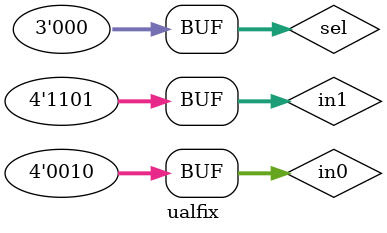
<source format=v>
`timescale 1ns / 1ps


module ualfix;

	// Inputs
	reg [3:0] in0;
	reg [3:0] in1;
	reg [2:0] sel;

	// Outputs
	wire [7:0] out;

	// Instantiate the Unit Under Test (UUT)
	ual uut (
		.out(out), 
		.in0(in0), 
		.in1(in1), 
		.sel(sel)
	);

	initial begin
		// Initialize Inputs
		in0 = 3;
		in1 = 2;
		sel = 2;

		// Wait 100 ns for global reset to finish
		#100;
		
		// Initialize Inputs
		in0 = 2;
		in1 = -3;
		sel = 0;
        
		// Add stimulus here

	end
      
endmodule


</source>
